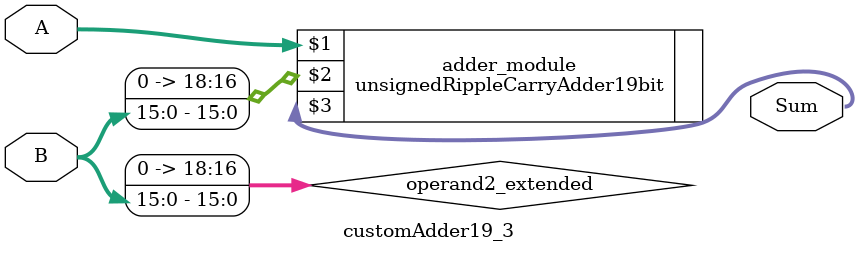
<source format=v>

module customAdder19_3(
                    input [18 : 0] A,
                    input [15 : 0] B,
                    
                    output [19 : 0] Sum
            );

    wire [18 : 0] operand2_extended;
    
    assign operand2_extended =  {3'b0, B};
    
    unsignedRippleCarryAdder19bit adder_module(
        A,
        operand2_extended,
        Sum
    );
    
endmodule
        
</source>
